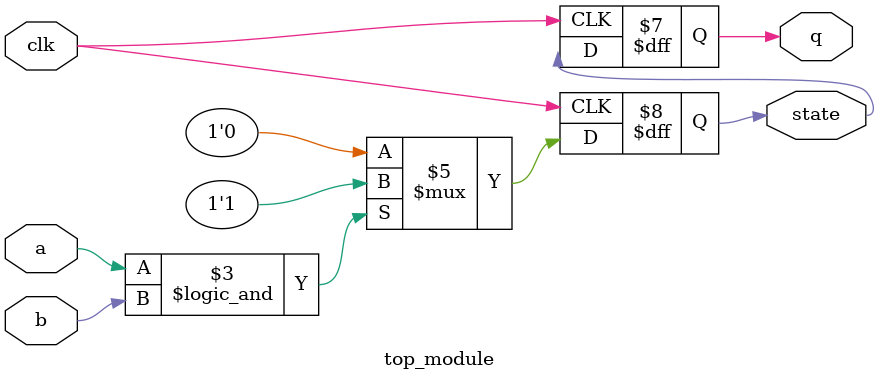
<source format=sv>
module top_module (
    input clk,
    input a,
    input b,
    output reg q,
    output reg state
);

always @(posedge clk) begin
    if (a && b == 1) begin
        state <= 1;
    end else begin
        state <= 0;
    end
    q <= state;
end

endmodule

</source>
